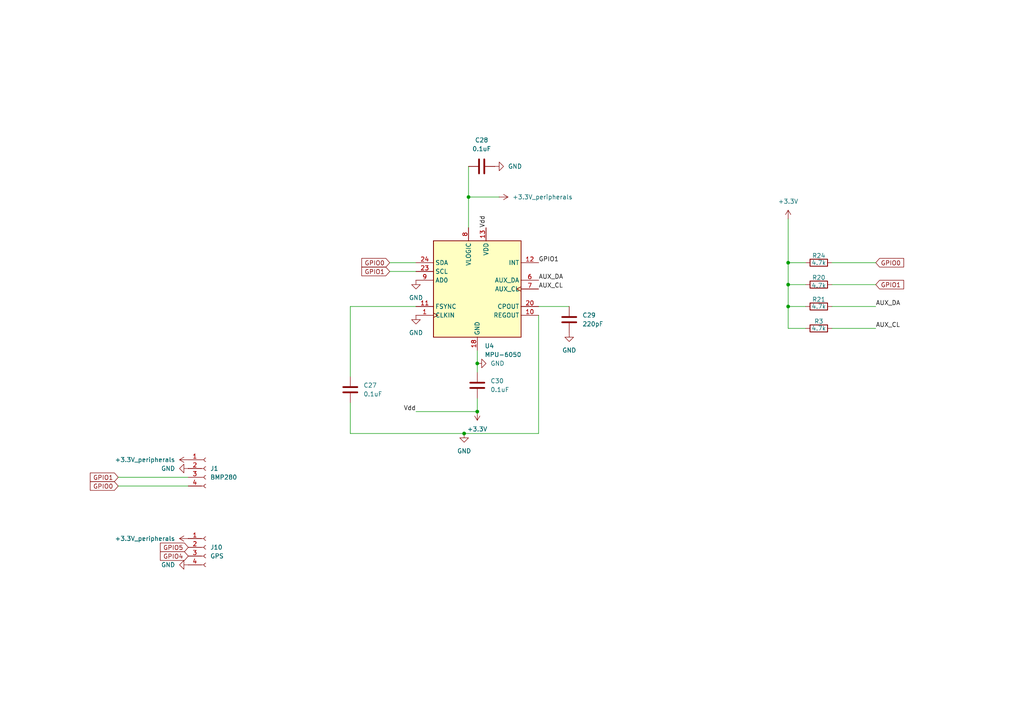
<source format=kicad_sch>
(kicad_sch (version 20250114) (generator "eeschema") (generator_version "9.0")
  (paper "A4")
  (lib_symbols
    (symbol "Connector:Conn_01x04_Socket" (pin_names (offset 1.016) (hide yes))
      (property "Reference" "J" (at 0 5.08 0))
      (property "Value" "Conn_01x04_Socket" (at 0 -7.62 0))
      (symbol "Conn_01x04_Socket_1_1"
        (polyline (pts (xy -1.27 2.54) (xy -0.508 2.54)) (stroke (width 0.1524)))
        (polyline (pts (xy -1.27 0) (xy -0.508 0)) (stroke (width 0.1524)))
        (polyline (pts (xy -1.27 -2.54) (xy -0.508 -2.54)) (stroke (width 0.1524)))
        (polyline (pts (xy -1.27 -5.08) (xy -0.508 -5.08)) (stroke (width 0.1524)))
        (arc (start 0 2.032) (mid -0.5058 2.54) (end 0 3.048) (stroke (width 0.1524)))
        (arc (start 0 -0.508) (mid -0.5058 0) (end 0 0.508) (stroke (width 0.1524)))
        (arc (start 0 -3.048) (mid -0.5058 -2.54) (end 0 -2.032) (stroke (width 0.1524)))
        (arc (start 0 -5.588) (mid -0.5058 -5.08) (end 0 -4.572) (stroke (width 0.1524)))
        (pin passive line (at -5.08 2.54 0) (length 3.81) (name "Pin_1") (number "1"))
        (pin passive line (at -5.08 0 0) (length 3.81) (name "Pin_2") (number "2"))
        (pin passive line (at -5.08 -2.54 0) (length 3.81) (name "Pin_3") (number "3"))
        (pin passive line (at -5.08 -5.08 0) (length 3.81) (name "Pin_4") (number "4"))
      )
    )
    (symbol "Device:C" (pin_numbers (hide yes)) (pin_names (offset 0.254))
      (property "Reference" "C" (at 0.635 2.54 0))
      (property "Value" "C" (at 0.635 -2.54 0))
      (symbol "C_0_1"
        (polyline (pts (xy -2.032 0.762) (xy 2.032 0.762)) (stroke (width 0.508)))
        (polyline (pts (xy -2.032 -0.762) (xy 2.032 -0.762)) (stroke (width 0.508)))
      )
      (symbol "C_1_1"
        (pin passive line (at 0 3.81 270) (length 2.794) (name "~") (number "1"))
        (pin passive line (at 0 -3.81 90) (length 2.794) (name "~") (number "2"))
      )
    )
    (symbol "Device:R" (pin_numbers (hide yes)) (pin_names (offset 0))
      (property "Reference" "R" (at 2.032 0 90))
      (property "Value" "R" (at 0 0 90))
      (symbol "R_0_1"
        (rectangle (start -1.016 -2.54) (end 1.016 2.54) (stroke (width 0.254)))
      )
      (symbol "R_1_1"
        (pin passive line (at 0 3.81 270) (length 1.27) (name "~") (number "1"))
        (pin passive line (at 0 -3.81 90) (length 1.27) (name "~") (number "2"))
      )
    )
    (symbol "Sensor_Motion:MPU-6050"
      (property "Reference" "U" (at -11.43 13.97 0))
      (property "Value" "MPU-6050" (at 7.62 -15.24 0))
      (symbol "MPU-6050_0_0"
        (text "" (at 12.7 -2.54 0) (effects (font (size 1.27 1.27))))
      )
      (symbol "MPU-6050_0_1"
        (rectangle (start -12.7 13.97) (end 12.7 -13.97) (stroke (width 0.254)) (fill (type background)))
      )
      (symbol "MPU-6050_1_1"
        (pin bidirectional line (at -17.78 7.62 0) (length 5.08) (name "SDA") (number "24"))
        (pin input line (at -17.78 5.08 0) (length 5.08) (name "SCL") (number "23"))
        (pin input line (at -17.78 2.54 0) (length 5.08) (name "AD0") (number "9"))
        (pin input line (at -17.78 -5.08 0) (length 5.08) (name "FSYNC") (number "11"))
        (pin input clock (at -17.78 -7.62 0) (length 5.08) (name "CLKIN") (number "1"))
        (pin no_connect line (at -12.7 12.7 0) (length 2.54) (hide yes) (name "NC") (number "2"))
        (pin no_connect line (at -12.7 10.16 0) (length 2.54) (hide yes) (name "NC") (number "3"))
        (pin no_connect line (at -12.7 0 0) (length 2.54) (hide yes) (name "NC") (number "4"))
        (pin no_connect line (at -12.7 -2.54 0) (length 2.54) (hide yes) (name "NC") (number "5"))
        (pin no_connect line (at -12.7 -10.16 0) (length 2.54) (hide yes) (name "NC") (number "14"))
        (pin power_in line (at -2.54 17.78 270) (length 3.81) (name "VLOGIC") (number "8"))
        (pin power_in line (at 0 -17.78 90) (length 3.81) (name "GND") (number "18"))
        (pin power_in line (at 2.54 17.78 270) (length 3.81) (name "VDD") (number "13"))
        (pin no_connect line (at 12.7 12.7 180) (length 2.54) (hide yes) (name "NC") (number "15"))
        (pin no_connect line (at 12.7 10.16 180) (length 2.54) (hide yes) (name "NC") (number "16"))
        (pin no_connect line (at 12.7 5.08 180) (length 2.54) (hide yes) (name "NC") (number "17"))
        (pin no_connect line (at 12.7 -2.54 180) (length 2.54) (hide yes) (name "RESV") (number "21"))
        (pin no_connect line (at 12.7 -10.16 180) (length 2.54) (hide yes) (name "RESV") (number "19"))
        (pin no_connect line (at 12.7 -12.7 180) (length 2.54) (hide yes) (name "RESV") (number "22"))
        (pin output line (at 17.78 7.62 180) (length 5.08) (name "INT") (number "12"))
        (pin bidirectional line (at 17.78 2.54 180) (length 5.08) (name "AUX_DA") (number "6"))
        (pin output clock (at 17.78 0 180) (length 5.08) (name "AUX_CL") (number "7"))
        (pin passive line (at 17.78 -5.08 180) (length 5.08) (name "CPOUT") (number "20"))
        (pin passive line (at 17.78 -7.62 180) (length 5.08) (name "REGOUT") (number "10"))
      )
    )
    (symbol "power:+3.3V" (power) (pin_numbers (hide yes)) (pin_names (offset 0) (hide yes))
      (property "Value" "+3.3V" (at 0 3.556 0))
      (symbol "+3.3V_0_1"
        (polyline (pts (xy -0.762 1.27) (xy 0 2.54)))
        (polyline (pts (xy 0 2.54) (xy 0.762 1.27)))
        (polyline (pts (xy 0 0) (xy 0 2.54)))
      )
      (symbol "+3.3V_1_1"
        (pin power_in line (at 0 0 90) (length 0) (name "~") (number "1"))
      )
    )
    (symbol "power:GND" (power) (pin_numbers (hide yes)) (pin_names (offset 0) (hide yes))
      (property "Value" "GND" (at 0 -3.81 0))
      (symbol "GND_0_1"
        (polyline (pts (xy 0 0) (xy 0 -1.27) (xy 1.27 -1.27) (xy 0 -2.54) (xy -1.27 -1.27) (xy 0 -1.27)))
      )
      (symbol "GND_1_1"
        (pin power_in line (at 0 0 270) (length 0) (name "~") (number "1"))
      )
    )
  )
  (junction (at 138.43 119.38))
  (junction (at 228.6 88.9))
  (junction (at 228.6 76.2))
  (junction (at 135.89 57.15))
  (junction (at 228.6 82.55))
  (junction (at 138.43 105.41))
  (junction (at 134.62 125.73))
  (wire (pts (xy 120.65 119.38) (xy 138.43 119.38)))
  (wire (pts (xy 241.3 95.25) (xy 254 95.25)))
  (wire (pts (xy 113.03 76.2) (xy 120.65 76.2)))
  (wire (pts (xy 228.6 95.25) (xy 233.68 95.25)))
  (wire (pts (xy 228.6 63.5) (xy 228.6 76.2)))
  (wire (pts (xy 101.6 125.73) (xy 134.62 125.73)))
  (wire (pts (xy 134.62 125.73) (xy 156.21 125.73)))
  (wire (pts (xy 241.3 88.9) (xy 254 88.9)))
  (wire (pts (xy 135.89 48.26) (xy 135.89 57.15)))
  (wire (pts (xy 228.6 88.9) (xy 228.6 95.25)))
  (wire (pts (xy 138.43 101.6) (xy 138.43 105.41)))
  (wire (pts (xy 113.03 78.74) (xy 120.65 78.74)))
  (wire (pts (xy 101.6 88.9) (xy 120.65 88.9)))
  (wire (pts (xy 34.29 138.43) (xy 54.61 138.43)))
  (wire (pts (xy 101.6 116.84) (xy 101.6 125.73)))
  (wire (pts (xy 241.3 76.2) (xy 254 76.2)))
  (wire (pts (xy 135.89 57.15) (xy 144.78 57.15)))
  (wire (pts (xy 101.6 109.22) (xy 101.6 88.9)))
  (wire (pts (xy 228.6 82.55) (xy 228.6 88.9)))
  (wire (pts (xy 135.89 57.15) (xy 135.89 66.04)))
  (wire (pts (xy 34.29 140.97) (xy 54.61 140.97)))
  (wire (pts (xy 138.43 107.95) (xy 138.43 105.41)))
  (wire (pts (xy 156.21 88.9) (xy 165.1 88.9)))
  (wire (pts (xy 228.6 76.2) (xy 228.6 82.55)))
  (wire (pts (xy 156.21 125.73) (xy 156.21 91.44)))
  (wire (pts (xy 233.68 82.55) (xy 228.6 82.55)))
  (wire (pts (xy 228.6 76.2) (xy 233.68 76.2)))
  (wire (pts (xy 228.6 88.9) (xy 233.68 88.9)))
  (wire (pts (xy 138.43 119.38) (xy 138.43 115.57)))
  (wire (pts (xy 241.3 82.55) (xy 254 82.55)))
  (label "AUX_CL" (at 254 95.25 0))
  (label "AUX_DA" (at 156.21 81.28 0))
  (label "AUX_CL" (at 156.21 83.82 0))
  (label "AUX_DA" (at 254 88.9 0))
  (label "Vdd" (at 140.97 66.04 90))
  (label "GPIO1" (at 156.21 76.2 0))
  (label "Vdd" (at 120.65 119.38 180))
  (global_label "GPIO5" (shape input) (at 54.61 158.75 180) (property "Intersheetrefs" "${INTERSHEET_REFS}" (effects (hide yes))))
  (global_label "GPIO1" (shape input) (at 254 82.55 0) (property "Intersheetrefs" "${INTERSHEET_REFS}" (effects (hide yes))))
  (global_label "GPIO0" (shape input) (at 113.03 76.2 180) (property "Intersheetrefs" "${INTERSHEET_REFS}" (effects (hide yes))))
  (global_label "GPIO1" (shape input) (at 113.03 78.74 180) (property "Intersheetrefs" "${INTERSHEET_REFS}" (effects (hide yes))))
  (global_label "GPIO0" (shape input) (at 254 76.2 0) (property "Intersheetrefs" "${INTERSHEET_REFS}" (effects (hide yes))))
  (global_label "GPIO1" (shape input) (at 34.29 138.43 180) (property "Intersheetrefs" "${INTERSHEET_REFS}" (effects (hide yes))))
  (global_label "GPIO4" (shape input) (at 54.61 161.29 180) (property "Intersheetrefs" "${INTERSHEET_REFS}" (effects (hide yes))))
  (global_label "GPIO0" (shape input) (at 34.29 140.97 180) (property "Intersheetrefs" "${INTERSHEET_REFS}" (effects (hide yes))))
  (symbol (lib_id "power:GND") (at 54.61 163.83 270) (unit 1)
    (property "Reference" "#PWR066" (effects (hide yes)))
    (property "Value" "GND" (at 50.8 163.8299 90) (effects (justify right)))
    (property "Description" "Power symbol creates a global label with name \"GND\" , ground" (effects (hide yes)))
  )
  (symbol (lib_id "power:GND") (at 138.43 105.41 90) (unit 1)
    (property "Reference" "#PWR048" (effects (hide yes)))
    (property "Value" "GND" (at 142.24 105.4099 90) (effects (justify right)))
    (property "Description" "Power symbol creates a global label with name \"GND\" , ground" (effects (hide yes)))
  )
  (symbol (lib_id "power:GND") (at 134.62 125.73 0) (unit 1)
    (property "Reference" "#PWR04" (effects (hide yes)))
    (property "Value" "GND" (at 134.62 130.81 0))
    (property "Description" "Power symbol creates a global label with name \"GND\" , ground" (effects (hide yes)))
  )
  (symbol (lib_id "power:GND") (at 165.1 96.52 0) (unit 1)
    (property "Reference" "#PWR059" (effects (hide yes)))
    (property "Value" "GND" (at 165.1 101.6 0))
    (property "Description" "Power symbol creates a global label with name \"GND\" , ground" (effects (hide yes)))
  )
  (symbol (lib_id "Device:C") (at 165.1 92.71 0) (unit 1)
    (property "Reference" "C29" (at 168.91 91.4399 0) (effects (justify left)))
    (property "Value" "220pF" (at 168.91 93.9799 0) (effects (justify left)))
    (property "Footprint" "Capacitor_SMD:C_0603_1608Metric_Pad1.08x0.95mm_HandSolder" (effects (hide yes)))
    (property "Description" "Unpolarized capacitor" (effects (hide yes)))
  )
  (symbol (lib_id "Connector:Conn_01x04_Socket") (at 59.69 158.75 0) (unit 1)
    (property "Reference" "J10" (at 60.96 158.7499 0) (effects (justify left)))
    (property "Value" "GPS" (at 60.96 161.2899 0) (effects (justify left)))
    (property "Footprint" "Connector_PinSocket_2.54mm:PinSocket_1x04_P2.54mm_Vertical" (effects (hide yes)))
    (property "Description" "Generic connector, single row, 01x04, script generated" (effects (hide yes)))
  )
  (symbol (lib_id "Device:R") (at 237.49 95.25 90) (unit 1)
    (property "Reference" "R3" (at 237.49 93.218 90))
    (property "Value" "4.7k" (at 237.49 95.25 90))
    (property "Footprint" "Resistor_SMD:R_0603_1608Metric_Pad0.98x0.95mm_HandSolder" (effects (hide yes)))
    (property "Description" "Resistor" (effects (hide yes)))
  )
  (symbol (lib_id "Device:C") (at 138.43 111.76 0) (unit 1)
    (property "Reference" "C30" (at 142.24 110.4899 0) (effects (justify left)))
    (property "Value" "0.1uF" (at 142.24 113.0299 0) (effects (justify left)))
    (property "Footprint" "Capacitor_SMD:C_0603_1608Metric_Pad1.08x0.95mm_HandSolder" (effects (hide yes)))
    (property "Description" "Unpolarized capacitor" (effects (hide yes)))
  )
  (symbol (lib_id "power:GND") (at 54.61 135.89 270) (unit 1)
    (property "Reference" "#PWR064" (effects (hide yes)))
    (property "Value" "GND" (at 50.8 135.8899 90) (effects (justify right)))
    (property "Description" "Power symbol creates a global label with name \"GND\" , ground" (effects (hide yes)))
  )
  (symbol (lib_id "Device:C") (at 139.7 48.26 90) (unit 1)
    (property "Reference" "C28" (at 139.7 40.64 90))
    (property "Value" "0.1uF" (at 139.7 43.18 90))
    (property "Footprint" "Capacitor_SMD:C_0603_1608Metric_Pad1.08x0.95mm_HandSolder" (effects (hide yes)))
    (property "Description" "Unpolarized capacitor" (effects (hide yes)))
  )
  (symbol (lib_id "power:+3.3V") (at 228.6 63.5 0) (unit 1)
    (property "Reference" "#PWR062" (effects (hide yes)))
    (property "Value" "+3.3V" (at 228.6 58.42 0))
    (property "Description" "Power symbol creates a global label with name \"+3.3V\"" (effects (hide yes)))
  )
  (symbol (lib_id "power:GND") (at 120.65 91.44 0) (unit 1)
    (property "Reference" "#PWR05" (effects (hide yes)))
    (property "Value" "GND" (at 120.65 96.52 0))
    (property "Description" "Power symbol creates a global label with name \"GND\" , ground" (effects (hide yes)))
  )
  (symbol (lib_id "power:+3.3V") (at 54.61 133.35 90) (unit 1)
    (property "Reference" "#PWR063" (effects (hide yes)))
    (property "Value" "+3.3V_peripherals" (at 50.8 133.3499 90) (effects (justify left)))
    (property "Description" "Power symbol creates a global label with name \"+3.3V\"" (effects (hide yes)))
  )
  (symbol (lib_id "power:+3.3V") (at 138.43 119.38 180) (unit 1)
    (property "Reference" "#PWR058" (effects (hide yes)))
    (property "Value" "+3.3V" (at 138.43 124.46 0))
    (property "Description" "Power symbol creates a global label with name \"+3.3V\"" (effects (hide yes)))
  )
  (symbol (lib_id "power:GND") (at 120.65 81.28 0) (unit 1)
    (property "Reference" "#PWR06" (effects (hide yes)))
    (property "Value" "GND" (at 120.65 86.36 0))
    (property "Description" "Power symbol creates a global label with name \"GND\" , ground" (effects (hide yes)))
  )
  (symbol (lib_id "power:+3.3V") (at 144.78 57.15 270) (unit 1)
    (property "Reference" "#PWR061" (effects (hide yes)))
    (property "Value" "+3.3V_peripherals" (at 148.59 57.1499 90) (effects (justify left)))
    (property "Description" "Power symbol creates a global label with name \"+3.3V\"" (effects (hide yes)))
  )
  (symbol (lib_id "Sensor_Motion:MPU-6050") (at 138.43 83.82 0) (unit 1)
    (property "Reference" "U4" (at 140.5733 100.33 0) (effects (justify left)))
    (property "Value" "MPU-6050" (at 140.5733 102.87 0) (effects (justify left)))
    (property "Footprint" "Sensor_Motion:InvenSense_QFN-24_4x4mm_P0.5mm" (effects (hide yes)))
    (property "Datasheet" "https://invensense.tdk.com/wp-content/uploads/2015/02/MPU-6000-Datasheet1.pdf" (effects (hide yes)))
    (property "Description" "InvenSense 6-Axis Motion Sensor, Gyroscope, Accelerometer, I2C" (effects (hide yes)))
  )
  (symbol (lib_id "Connector:Conn_01x04_Socket") (at 59.69 135.89 0) (unit 1)
    (property "Reference" "J1" (at 60.96 135.8899 0) (effects (justify left)))
    (property "Value" "BMP280" (at 60.96 138.4299 0) (effects (justify left)))
    (property "Footprint" "Connector_PinSocket_2.54mm:PinSocket_1x04_P2.54mm_Vertical" (effects (hide yes)))
    (property "Description" "Generic connector, single row, 01x04, script generated" (effects (hide yes)))
  )
  (symbol (lib_id "Device:R") (at 237.49 82.55 90) (unit 1)
    (property "Reference" "R20" (at 237.49 80.518 90))
    (property "Value" "4.7k" (at 237.49 82.804 90))
    (property "Footprint" "Resistor_SMD:R_0603_1608Metric_Pad0.98x0.95mm_HandSolder" (effects (hide yes)))
    (property "Description" "Resistor" (effects (hide yes)))
  )
  (symbol (lib_id "power:GND") (at 143.51 48.26 90) (unit 1)
    (property "Reference" "#PWR060" (effects (hide yes)))
    (property "Value" "GND" (at 147.32 48.2599 90) (effects (justify right)))
    (property "Description" "Power symbol creates a global label with name \"GND\" , ground" (effects (hide yes)))
  )
  (symbol (lib_id "power:+3.3V") (at 54.61 156.21 90) (unit 1)
    (property "Reference" "#PWR065" (effects (hide yes)))
    (property "Value" "+3.3V_peripherals" (at 50.8 156.2099 90) (effects (justify left)))
    (property "Description" "Power symbol creates a global label with name \"+3.3V\"" (effects (hide yes)))
  )
  (symbol (lib_id "Device:R") (at 237.49 88.9 90) (unit 1)
    (property "Reference" "R21" (at 237.49 86.868 90))
    (property "Value" "4.7k" (at 237.49 88.9 90))
    (property "Footprint" "Resistor_SMD:R_0603_1608Metric_Pad0.98x0.95mm_HandSolder" (effects (hide yes)))
    (property "Description" "Resistor" (effects (hide yes)))
  )
  (symbol (lib_id "Device:C") (at 101.6 113.03 0) (unit 1)
    (property "Reference" "C27" (at 105.41 111.7599 0) (effects (justify left)))
    (property "Value" "0.1uF" (at 105.41 114.2999 0) (effects (justify left)))
    (property "Footprint" "Capacitor_SMD:C_0603_1608Metric_Pad1.08x0.95mm_HandSolder" (effects (hide yes)))
    (property "Description" "Unpolarized capacitor" (effects (hide yes)))
  )
  (symbol (lib_id "Device:R") (at 237.49 76.2 90) (unit 1)
    (property "Reference" "R24" (at 237.49 74.168 90))
    (property "Value" "4.7k" (at 237.49 76.2 90))
    (property "Footprint" "Resistor_SMD:R_0603_1608Metric_Pad0.98x0.95mm_HandSolder" (effects (hide yes)))
    (property "Description" "Resistor" (effects (hide yes)))
  )
)
</source>
